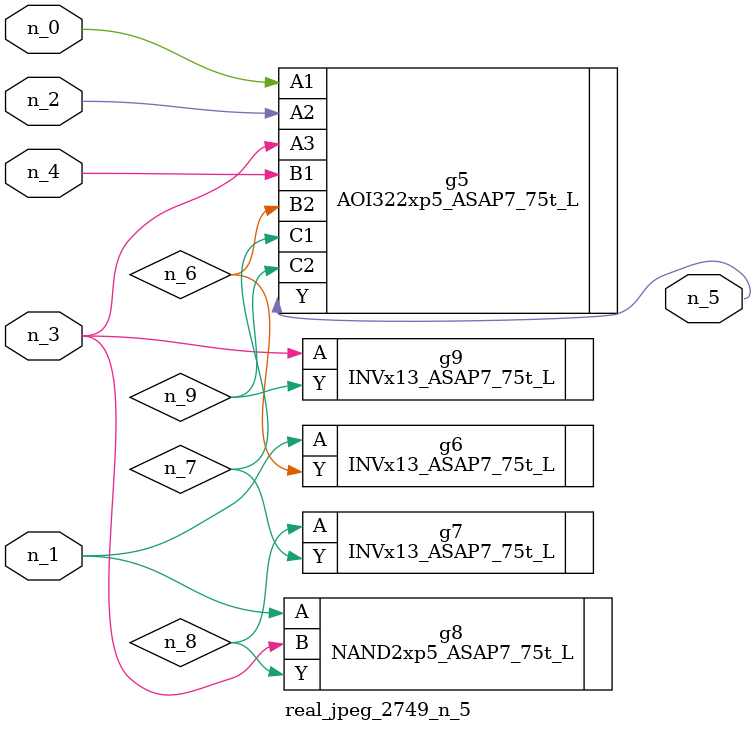
<source format=v>
module real_jpeg_2749_n_5 (n_4, n_0, n_1, n_2, n_3, n_5);

input n_4;
input n_0;
input n_1;
input n_2;
input n_3;

output n_5;

wire n_8;
wire n_6;
wire n_7;
wire n_9;

AOI322xp5_ASAP7_75t_L g5 ( 
.A1(n_0),
.A2(n_2),
.A3(n_3),
.B1(n_4),
.B2(n_6),
.C1(n_7),
.C2(n_9),
.Y(n_5)
);

INVx13_ASAP7_75t_L g6 ( 
.A(n_1),
.Y(n_6)
);

NAND2xp5_ASAP7_75t_L g8 ( 
.A(n_1),
.B(n_3),
.Y(n_8)
);

INVx13_ASAP7_75t_L g9 ( 
.A(n_3),
.Y(n_9)
);

INVx13_ASAP7_75t_L g7 ( 
.A(n_8),
.Y(n_7)
);


endmodule
</source>
